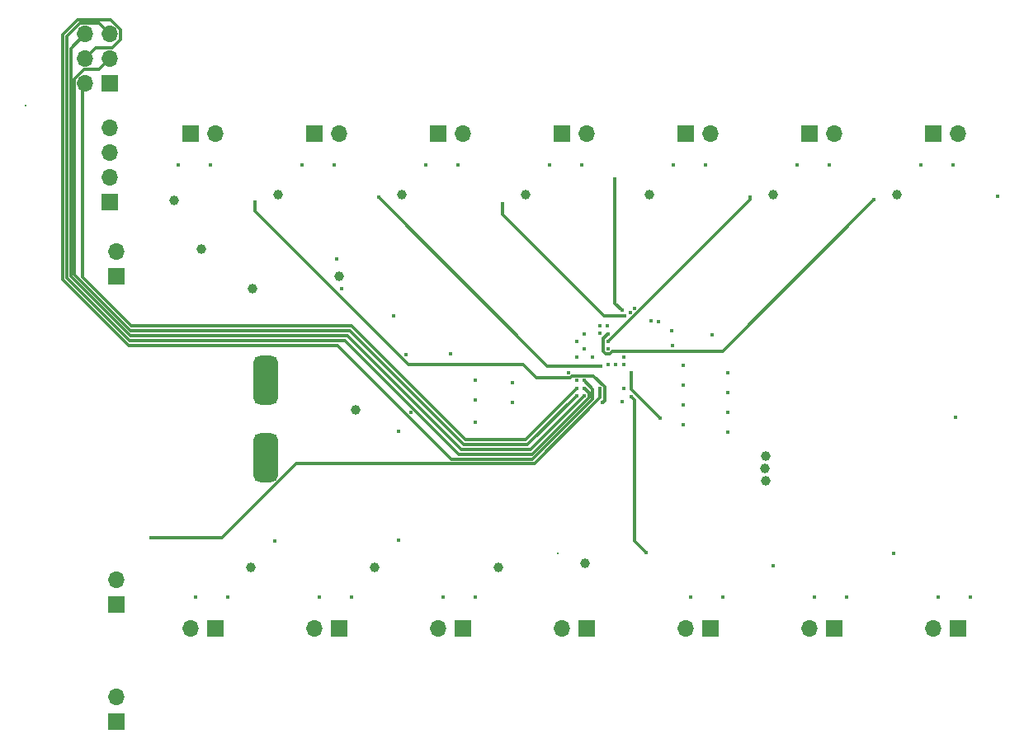
<source format=gbr>
%TF.GenerationSoftware,KiCad,Pcbnew,6.0.0*%
%TF.CreationDate,2022-01-12T20:03:52-05:00*%
%TF.ProjectId,output-board,6f757470-7574-42d6-926f-6172642e6b69,rev?*%
%TF.SameCoordinates,Original*%
%TF.FileFunction,Copper,L2,Inr*%
%TF.FilePolarity,Positive*%
%FSLAX46Y46*%
G04 Gerber Fmt 4.6, Leading zero omitted, Abs format (unit mm)*
G04 Created by KiCad (PCBNEW 6.0.0) date 2022-01-12 20:03:52*
%MOMM*%
%LPD*%
G01*
G04 APERTURE LIST*
G04 Aperture macros list*
%AMRoundRect*
0 Rectangle with rounded corners*
0 $1 Rounding radius*
0 $2 $3 $4 $5 $6 $7 $8 $9 X,Y pos of 4 corners*
0 Add a 4 corners polygon primitive as box body*
4,1,4,$2,$3,$4,$5,$6,$7,$8,$9,$2,$3,0*
0 Add four circle primitives for the rounded corners*
1,1,$1+$1,$2,$3*
1,1,$1+$1,$4,$5*
1,1,$1+$1,$6,$7*
1,1,$1+$1,$8,$9*
0 Add four rect primitives between the rounded corners*
20,1,$1+$1,$2,$3,$4,$5,0*
20,1,$1+$1,$4,$5,$6,$7,0*
20,1,$1+$1,$6,$7,$8,$9,0*
20,1,$1+$1,$8,$9,$2,$3,0*%
G04 Aperture macros list end*
%TA.AperFunction,ComponentPad*%
%ADD10R,1.700000X1.700000*%
%TD*%
%TA.AperFunction,ComponentPad*%
%ADD11O,1.700000X1.700000*%
%TD*%
%TA.AperFunction,ComponentPad*%
%ADD12RoundRect,0.625000X0.625000X-1.875000X0.625000X1.875000X-0.625000X1.875000X-0.625000X-1.875000X0*%
%TD*%
%TA.AperFunction,ViaPad*%
%ADD13C,0.300000*%
%TD*%
%TA.AperFunction,ViaPad*%
%ADD14C,0.400000*%
%TD*%
%TA.AperFunction,ViaPad*%
%ADD15C,1.000000*%
%TD*%
%TA.AperFunction,Conductor*%
%ADD16C,0.300000*%
%TD*%
G04 APERTURE END LIST*
D10*
%TO.N,Net-(D5-Pad1)*%
%TO.C,J8*%
X85979000Y-42724000D03*
D11*
%TO.N,+12V*%
X88519000Y-42724000D03*
%TD*%
D10*
%TO.N,Net-(J6-Pad1)*%
%TO.C,J6*%
X40259000Y-57404000D03*
D11*
%TO.N,Net-(J6-Pad2)*%
X40259000Y-54864000D03*
%TD*%
D10*
%TO.N,GND*%
%TO.C,J20*%
X88519000Y-93524000D03*
D11*
%TO.N,Net-(U3-PadH2)*%
X85979000Y-93524000D03*
%TD*%
D10*
%TO.N,Net-(D10-Pad1)*%
%TO.C,J13*%
X63119000Y-93524000D03*
D11*
%TO.N,+12V*%
X60579000Y-93524000D03*
%TD*%
D10*
%TO.N,Net-(D8-Pad1)*%
%TO.C,J11*%
X124079000Y-42724000D03*
D11*
%TO.N,+12V*%
X126619000Y-42724000D03*
%TD*%
D10*
%TO.N,GND*%
%TO.C,J19*%
X39624000Y-37592000D03*
D11*
%TO.N,Net-(J19-Pad2)*%
X37084000Y-37592000D03*
%TO.N,Net-(J19-Pad3)*%
X39624000Y-35052000D03*
%TO.N,Net-(J19-Pad4)*%
X37084000Y-35052000D03*
%TO.N,Net-(J19-Pad5)*%
X39624000Y-32512000D03*
%TO.N,Net-(J19-Pad6)*%
X37084000Y-32512000D03*
%TD*%
D10*
%TO.N,GND*%
%TO.C,J4*%
X40259000Y-103124000D03*
D11*
%TO.N,+5V*%
X40259000Y-100584000D03*
%TD*%
D10*
%TO.N,Net-(D3-Pad1)*%
%TO.C,J2*%
X60579000Y-42724000D03*
D11*
%TO.N,+12V*%
X63119000Y-42724000D03*
%TD*%
D10*
%TO.N,Net-(D4-Pad1)*%
%TO.C,J7*%
X73279000Y-42724000D03*
D11*
%TO.N,+12V*%
X75819000Y-42724000D03*
%TD*%
D10*
%TO.N,Net-(D6-Pad1)*%
%TO.C,J9*%
X98679000Y-42724000D03*
D11*
%TO.N,+12V*%
X101219000Y-42724000D03*
%TD*%
D10*
%TO.N,Net-(D7-Pad1)*%
%TO.C,J10*%
X111379000Y-42724000D03*
D11*
%TO.N,+12V*%
X113919000Y-42724000D03*
%TD*%
D10*
%TO.N,Net-(D12-Pad1)*%
%TO.C,J16*%
X113919000Y-93524000D03*
D11*
%TO.N,+12V*%
X111379000Y-93524000D03*
%TD*%
D10*
%TO.N,Net-(J14-Pad1)*%
%TO.C,J14*%
X40259000Y-91064000D03*
D11*
%TO.N,+5V*%
X40259000Y-88524000D03*
%TD*%
D10*
%TO.N,Net-(D11-Pad1)*%
%TO.C,J15*%
X126619000Y-93524000D03*
D11*
%TO.N,+12V*%
X124079000Y-93524000D03*
%TD*%
D10*
%TO.N,Net-(D13-Pad1)*%
%TO.C,J17*%
X101219000Y-93524000D03*
D11*
%TO.N,+12V*%
X98679000Y-93524000D03*
%TD*%
D10*
%TO.N,Net-(D9-Pad1)*%
%TO.C,J12*%
X75819000Y-93524000D03*
D11*
%TO.N,+12V*%
X73279000Y-93524000D03*
%TD*%
D10*
%TO.N,Net-(D1-Pad1)*%
%TO.C,J1*%
X47879000Y-42724000D03*
D11*
%TO.N,+12V*%
X50419000Y-42724000D03*
%TD*%
D12*
%TO.N,GND*%
%TO.C,J3*%
X55619000Y-68059000D03*
%TO.N,+12V*%
X55619000Y-75959000D03*
%TD*%
D10*
%TO.N,Net-(D2-Pad1)*%
%TO.C,J18*%
X50419000Y-93524000D03*
D11*
%TO.N,+12V*%
X47879000Y-93524000D03*
%TD*%
D10*
%TO.N,GND*%
%TO.C,J5*%
X39624000Y-49784000D03*
D11*
%TO.N,+5V*%
X39624000Y-47244000D03*
%TO.N,/SWCLK*%
X39624000Y-44704000D03*
%TO.N,/SWDIO*%
X39624000Y-42164000D03*
%TD*%
D13*
%TO.N,+12V*%
X30988000Y-39878000D03*
D14*
%TO.N,/MOSFET-sheet/INPUT*%
X89907801Y-68894435D03*
X43815000Y-84201000D03*
%TO.N,GND*%
X102997000Y-67310000D03*
X101422200Y-63347600D03*
X69204000Y-73279000D03*
D15*
X120396000Y-49022000D03*
D14*
X68707000Y-61468000D03*
D15*
X64793724Y-71053131D03*
D14*
X69977000Y-65405000D03*
D15*
X94996000Y-49022000D03*
X88392000Y-86868000D03*
X107696000Y-49022000D03*
D14*
X74599800Y-65328800D03*
D15*
X106817197Y-77089000D03*
X49022000Y-54610000D03*
D14*
X87503000Y-64066271D03*
D15*
X106894935Y-75819000D03*
X54102000Y-87249000D03*
D14*
X102997000Y-69342000D03*
D15*
X69596000Y-49022000D03*
X56896000Y-49022000D03*
X54229000Y-58674000D03*
X82296000Y-49022000D03*
D14*
X102997000Y-73406000D03*
D15*
X66802000Y-87249000D03*
D14*
X126365000Y-71882000D03*
X77089000Y-72390000D03*
X102997000Y-71374000D03*
D15*
X79502000Y-87249000D03*
D14*
X92303036Y-65664767D03*
X77089000Y-68072000D03*
D15*
X46203882Y-49548652D03*
X106866720Y-78359000D03*
D14*
X70474000Y-71374000D03*
X77089000Y-70104000D03*
D15*
X63096725Y-57384859D03*
D14*
X86639400Y-67310000D03*
%TO.N,/MOSFET-sheet1/INPUT*%
X54483000Y-49784000D03*
X90170000Y-70358000D03*
%TO.N,/MOSFET-sheet2/INPUT*%
X89964348Y-66565398D03*
X67188000Y-49256306D03*
%TO.N,/MOSFET-sheet6/INPUT*%
X117983000Y-49530000D03*
X90710808Y-63275121D03*
%TO.N,Net-(MOSFET6-Pad1)*%
X110114000Y-45969000D03*
X113416000Y-45969000D03*
%TO.N,/MOSFET-sheet5/INPUT*%
X90713428Y-64074170D03*
X105283000Y-49276000D03*
%TO.N,Net-(MOSFET5-Pad1)*%
X100716000Y-45969000D03*
X97414000Y-45969000D03*
%TO.N,Net-(MOSFET2-Pad1)*%
X62616000Y-45969000D03*
X59314000Y-45969000D03*
%TO.N,Net-(MOSFET18-Pad1)*%
X48382000Y-90279000D03*
X51684000Y-90279000D03*
%TO.N,/MOSFET-sheet4/INPUT*%
X91440000Y-47371000D03*
X92137149Y-60877541D03*
%TO.N,Net-(MOSFET4-Pad1)*%
X88016000Y-45969000D03*
X84714000Y-45969000D03*
%TO.N,Net-(MOSFET1-Pad1)*%
X46614000Y-45969000D03*
X49916000Y-45969000D03*
%TO.N,/MOSFET-sheet3/INPUT*%
X92430600Y-61468000D03*
X79883000Y-49911000D03*
%TO.N,Net-(MOSFET3-Pad1)*%
X72014000Y-45969000D03*
X75316000Y-45969000D03*
%TO.N,/Ignition MOSFET/INPUT*%
X94615000Y-85725000D03*
X93091000Y-69723000D03*
%TO.N,Net-(MOSFET13-Pad1)*%
X99182000Y-90279000D03*
X102484000Y-90279000D03*
%TO.N,/MOSFET-sheet11/INPUT*%
X92202000Y-70231000D03*
X107696000Y-87122000D03*
%TO.N,Net-(MOSFET12-Pad1)*%
X115184000Y-90279000D03*
X111882000Y-90279000D03*
%TO.N,/MOSFET-sheet10/INPUT*%
X92306943Y-68872424D03*
X120015000Y-85852000D03*
%TO.N,Net-(MOSFET11-Pad1)*%
X124582000Y-90279000D03*
X127884000Y-90279000D03*
%TO.N,/MOSFET-sheet9/INPUT*%
X89916000Y-62484000D03*
X56515000Y-84582000D03*
%TO.N,Net-(MOSFET9-Pad1)*%
X61082000Y-90279000D03*
X64384000Y-90279000D03*
%TO.N,/MOSFET-sheet8/INPUT*%
X89910724Y-63251047D03*
X69215000Y-84455000D03*
%TO.N,Net-(MOSFET8-Pad1)*%
X77084000Y-90279000D03*
X73782000Y-90279000D03*
%TO.N,/MOSFET-sheet7/INPUT*%
X130683000Y-49149000D03*
X90693199Y-62460042D03*
%TO.N,Net-(MOSFET7-Pad1)*%
X126116000Y-45969000D03*
X122814000Y-45969000D03*
%TO.N,Net-(R1-Pad1)*%
X97256600Y-62941200D03*
X90706818Y-64862143D03*
%TO.N,Net-(J14-Pad1)*%
X93113555Y-67276965D03*
X96037400Y-71932800D03*
%TO.N,+3V3*%
X90715667Y-66465676D03*
X91505748Y-66469598D03*
X98425000Y-70612000D03*
X80899000Y-68326000D03*
X89098511Y-65666387D03*
X92303036Y-66470365D03*
X80899000Y-70358000D03*
X88311746Y-63272462D03*
X88303886Y-64857459D03*
X98425000Y-72644000D03*
X98425000Y-66548000D03*
X98425000Y-68580000D03*
%TO.N,/SWCLK*%
X92989400Y-61061600D03*
%TO.N,/SWDIO*%
X93446600Y-60655200D03*
%TO.N,/CAN_TX*%
X95123000Y-61976000D03*
X63373000Y-58674000D03*
%TO.N,/CAN_RX*%
X95885000Y-62010542D03*
X62865000Y-55626000D03*
%TO.N,Net-(J19-Pad2)*%
X87557300Y-68847997D03*
%TO.N,Net-(C7-Pad1)*%
X87497410Y-65668358D03*
X97358200Y-64465200D03*
%TO.N,Net-(J19-Pad3)*%
X87532325Y-69620101D03*
%TO.N,Net-(J19-Pad4)*%
X88284566Y-68071201D03*
%TO.N,Net-(J19-Pad5)*%
X88307800Y-68894434D03*
%TO.N,Net-(J19-Pad6)*%
X88313752Y-69641546D03*
%TO.N,Net-(U3-PadH2)*%
X87503000Y-68072000D03*
D13*
X85598000Y-85852000D03*
%TD*%
D16*
%TO.N,/MOSFET-sheet/INPUT*%
X58715238Y-76599520D02*
X83166480Y-76599520D01*
X51113758Y-84201000D02*
X58715238Y-76599520D01*
X89916000Y-68902634D02*
X89907801Y-68894435D01*
X43815000Y-84201000D02*
X51113758Y-84201000D01*
X89916000Y-69850000D02*
X89916000Y-68902634D01*
X83166480Y-76599520D02*
X89916000Y-69850000D01*
%TO.N,/MOSFET-sheet1/INPUT*%
X90170000Y-70358000D02*
X90357312Y-70170688D01*
X90357312Y-68708240D02*
X89226125Y-67577053D01*
X90357312Y-70170688D02*
X90357312Y-68708240D01*
X83355817Y-67759511D02*
X82017306Y-66421000D01*
X87008053Y-67577053D02*
X86825595Y-67759511D01*
X89226125Y-67577053D02*
X87008053Y-67577053D01*
X70231000Y-66421000D02*
X54483000Y-50673000D01*
X54483000Y-50673000D02*
X54483000Y-49784000D01*
X86825595Y-67759511D02*
X83355817Y-67759511D01*
X82017306Y-66421000D02*
X70231000Y-66421000D01*
%TO.N,/MOSFET-sheet2/INPUT*%
X84497092Y-66565398D02*
X67188000Y-49256306D01*
X89964348Y-66565398D02*
X84497092Y-66565398D01*
%TO.N,/MOSFET-sheet6/INPUT*%
X90457654Y-65311654D02*
X90257307Y-65111307D01*
X102464662Y-65048338D02*
X91161662Y-65048338D01*
X90898346Y-65311654D02*
X90457654Y-65311654D01*
X117983000Y-49530000D02*
X102464662Y-65048338D01*
X90257307Y-65111307D02*
X90257307Y-63728622D01*
X90257307Y-63728622D02*
X90710808Y-63275121D01*
X91161662Y-65048338D02*
X90898346Y-65311654D01*
%TO.N,/MOSFET-sheet5/INPUT*%
X105283000Y-49276000D02*
X105283000Y-49504598D01*
X105283000Y-49504598D02*
X90713428Y-64074170D01*
%TO.N,/MOSFET-sheet4/INPUT*%
X91440000Y-60180392D02*
X91440000Y-47371000D01*
X92137149Y-60877541D02*
X91440000Y-60180392D01*
%TO.N,/MOSFET-sheet3/INPUT*%
X79883000Y-49911000D02*
X79883000Y-51029306D01*
X90321694Y-61468000D02*
X92430600Y-61468000D01*
X79883000Y-51029306D02*
X90321694Y-61468000D01*
%TO.N,/Ignition MOSFET/INPUT*%
X93454289Y-84564289D02*
X93454289Y-70086289D01*
X94615000Y-85725000D02*
X93454289Y-84564289D01*
X93454289Y-70086289D02*
X93091000Y-69723000D01*
%TO.N,Net-(J14-Pad1)*%
X93113555Y-69008955D02*
X96037400Y-71932800D01*
X93113555Y-67276965D02*
X93113555Y-69008955D01*
%TO.N,Net-(J19-Pad2)*%
X41802266Y-62476300D02*
X36811480Y-57485514D01*
X87557300Y-68847997D02*
X82237297Y-74168000D01*
X64381300Y-62476300D02*
X41802266Y-62476300D01*
X36811480Y-57485514D02*
X36811480Y-37864520D01*
X82237297Y-74168000D02*
X76073000Y-74168000D01*
X64381300Y-62476300D02*
X76073000Y-74168000D01*
X36811480Y-37864520D02*
X37084000Y-37592000D01*
%TO.N,Net-(J19-Pad3)*%
X38524489Y-36151511D02*
X39624000Y-35052000D01*
X75946000Y-74676000D02*
X64262000Y-62992000D01*
X41752960Y-62992000D02*
X35984489Y-57223529D01*
X35984489Y-57223529D02*
X35984489Y-37136567D01*
X35984489Y-37136567D02*
X36969545Y-36151511D01*
X87532325Y-69620101D02*
X82476426Y-74676000D01*
X36969545Y-36151511D02*
X38524489Y-36151511D01*
X64262000Y-62992000D02*
X41752960Y-62992000D01*
X82476426Y-74676000D02*
X75946000Y-74676000D01*
%TO.N,Net-(J19-Pad4)*%
X88284566Y-68071201D02*
X89164830Y-68951465D01*
X36297031Y-31012969D02*
X39679913Y-31012969D01*
X39834511Y-33952489D02*
X38183511Y-33952489D01*
X34785931Y-57719989D02*
X34785931Y-32524069D01*
X34785931Y-32524069D02*
X36297031Y-31012969D01*
X89164830Y-68951465D02*
X89164830Y-70023176D01*
X40723511Y-32056567D02*
X40723511Y-33063489D01*
X74664294Y-76200000D02*
X62967089Y-64502795D01*
X41568737Y-64502795D02*
X34785931Y-57719989D01*
X38183511Y-33952489D02*
X37084000Y-35052000D01*
X89164830Y-70023176D02*
X82988006Y-76200000D01*
X40723511Y-33063489D02*
X39834511Y-33952489D01*
X39679913Y-31012969D02*
X40723511Y-32056567D01*
X82988006Y-76200000D02*
X74664294Y-76200000D01*
X62967089Y-64502795D02*
X41568737Y-64502795D01*
%TO.N,Net-(J19-Pad5)*%
X63754000Y-64008000D02*
X41638948Y-64008000D01*
X88765311Y-69857689D02*
X82931000Y-75692000D01*
X82931000Y-75692000D02*
X75438000Y-75692000D01*
X88765311Y-69351945D02*
X88765311Y-69857689D01*
X36532511Y-31412489D02*
X38524489Y-31412489D01*
X38524489Y-31412489D02*
X39624000Y-32512000D01*
X41638948Y-64008000D02*
X35185450Y-57554502D01*
X75438000Y-75692000D02*
X63754000Y-64008000D01*
X35185450Y-32759550D02*
X36532511Y-31412489D01*
X35185450Y-57554502D02*
X35185450Y-32759550D01*
X88307800Y-68894434D02*
X88765311Y-69351945D01*
%TO.N,Net-(J19-Pad6)*%
X35584970Y-57389016D02*
X35584970Y-34011030D01*
X88313752Y-69641546D02*
X82771298Y-75184000D01*
X64008000Y-63500000D02*
X75692000Y-75184000D01*
X82771298Y-75184000D02*
X75692000Y-75184000D01*
X35584970Y-34011030D02*
X37084000Y-32512000D01*
X64008000Y-63500000D02*
X41695954Y-63500000D01*
X41695954Y-63500000D02*
X35584970Y-57389016D01*
%TD*%
M02*

</source>
